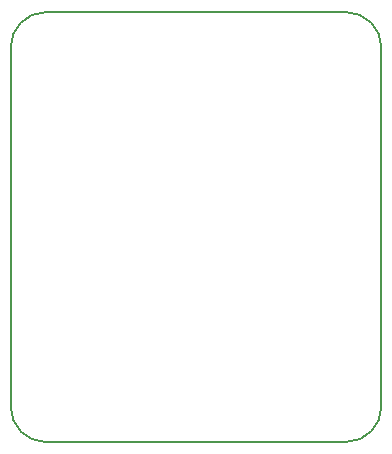
<source format=gm1>
G04 #@! TF.GenerationSoftware,KiCad,Pcbnew,8.0.1-rc1*
G04 #@! TF.CreationDate,2024-03-16T10:33:17-04:00*
G04 #@! TF.ProjectId,boostlet,626f6f73-746c-4657-942e-6b696361645f,rev?*
G04 #@! TF.SameCoordinates,Original*
G04 #@! TF.FileFunction,Profile,NP*
%FSLAX46Y46*%
G04 Gerber Fmt 4.6, Leading zero omitted, Abs format (unit mm)*
G04 Created by KiCad (PCBNEW 8.0.1-rc1) date 2024-03-16 10:33:17*
%MOMM*%
%LPD*%
G01*
G04 APERTURE LIST*
G04 #@! TA.AperFunction,Profile*
%ADD10C,0.200000*%
G04 #@! TD*
G04 APERTURE END LIST*
D10*
X105760000Y-82249001D02*
G75*
G02*
X108760001Y-79249000I3000000J1D01*
G01*
X134160000Y-79249000D02*
G75*
G02*
X137160000Y-82249000I0J-3000000D01*
G01*
X137160000Y-112649000D02*
G75*
G02*
X134160000Y-115649000I-3000000J0D01*
G01*
X105760000Y-82249001D02*
X105760000Y-112648999D01*
X134160000Y-79249000D02*
X108760001Y-79249000D01*
X137160000Y-112649000D02*
X137160000Y-82249000D01*
X108760001Y-115649000D02*
X134160000Y-115649000D01*
X108760001Y-115649000D02*
G75*
G02*
X105760000Y-112648999I-1J3000000D01*
G01*
M02*

</source>
